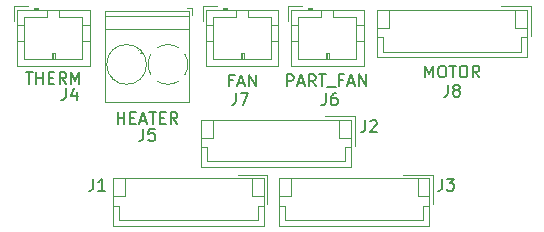
<source format=gbr>
G04 #@! TF.GenerationSoftware,KiCad,Pcbnew,(6.0.11-0)*
G04 #@! TF.CreationDate,2023-05-19T18:36:38+12:00*
G04 #@! TF.ProjectId,head-interface,68656164-2d69-46e7-9465-72666163652e,rev?*
G04 #@! TF.SameCoordinates,PX4c4b400PY3f09b20*
G04 #@! TF.FileFunction,Legend,Top*
G04 #@! TF.FilePolarity,Positive*
%FSLAX46Y46*%
G04 Gerber Fmt 4.6, Leading zero omitted, Abs format (unit mm)*
G04 Created by KiCad (PCBNEW (6.0.11-0)) date 2023-05-19 18:36:38*
%MOMM*%
%LPD*%
G01*
G04 APERTURE LIST*
%ADD10C,0.150000*%
%ADD11C,0.120000*%
G04 APERTURE END LIST*
D10*
G04 #@! TO.C,J3*
X14516666Y11222620D02*
X14516666Y10508334D01*
X14469047Y10365477D01*
X14373809Y10270239D01*
X14230952Y10222620D01*
X14135714Y10222620D01*
X14897619Y11222620D02*
X15516666Y11222620D01*
X15183333Y10841667D01*
X15326190Y10841667D01*
X15421428Y10794048D01*
X15469047Y10746429D01*
X15516666Y10651191D01*
X15516666Y10413096D01*
X15469047Y10317858D01*
X15421428Y10270239D01*
X15326190Y10222620D01*
X15040476Y10222620D01*
X14945238Y10270239D01*
X14897619Y10317858D01*
G04 #@! TO.C,J1*
X-15033334Y11222620D02*
X-15033334Y10508334D01*
X-15080953Y10365477D01*
X-15176191Y10270239D01*
X-15319048Y10222620D01*
X-15414286Y10222620D01*
X-14033334Y10222620D02*
X-14604762Y10222620D01*
X-14319048Y10222620D02*
X-14319048Y11222620D01*
X-14414286Y11079762D01*
X-14509524Y10984524D01*
X-14604762Y10936905D01*
G04 #@! TO.C,J8*
X15016666Y19172620D02*
X15016666Y18458334D01*
X14969047Y18315477D01*
X14873809Y18220239D01*
X14730952Y18172620D01*
X14635714Y18172620D01*
X15635714Y18744048D02*
X15540476Y18791667D01*
X15492857Y18839286D01*
X15445238Y18934524D01*
X15445238Y18982143D01*
X15492857Y19077381D01*
X15540476Y19125000D01*
X15635714Y19172620D01*
X15826190Y19172620D01*
X15921428Y19125000D01*
X15969047Y19077381D01*
X16016666Y18982143D01*
X16016666Y18934524D01*
X15969047Y18839286D01*
X15921428Y18791667D01*
X15826190Y18744048D01*
X15635714Y18744048D01*
X15540476Y18696429D01*
X15492857Y18648810D01*
X15445238Y18553572D01*
X15445238Y18363096D01*
X15492857Y18267858D01*
X15540476Y18220239D01*
X15635714Y18172620D01*
X15826190Y18172620D01*
X15921428Y18220239D01*
X15969047Y18267858D01*
X16016666Y18363096D01*
X16016666Y18553572D01*
X15969047Y18648810D01*
X15921428Y18696429D01*
X15826190Y18744048D01*
X13088095Y19797620D02*
X13088095Y20797620D01*
X13421428Y20083334D01*
X13754761Y20797620D01*
X13754761Y19797620D01*
X14421428Y20797620D02*
X14611904Y20797620D01*
X14707142Y20750000D01*
X14802380Y20654762D01*
X14850000Y20464286D01*
X14850000Y20130953D01*
X14802380Y19940477D01*
X14707142Y19845239D01*
X14611904Y19797620D01*
X14421428Y19797620D01*
X14326190Y19845239D01*
X14230952Y19940477D01*
X14183333Y20130953D01*
X14183333Y20464286D01*
X14230952Y20654762D01*
X14326190Y20750000D01*
X14421428Y20797620D01*
X15135714Y20797620D02*
X15707142Y20797620D01*
X15421428Y19797620D02*
X15421428Y20797620D01*
X16230952Y20797620D02*
X16421428Y20797620D01*
X16516666Y20750000D01*
X16611904Y20654762D01*
X16659523Y20464286D01*
X16659523Y20130953D01*
X16611904Y19940477D01*
X16516666Y19845239D01*
X16421428Y19797620D01*
X16230952Y19797620D01*
X16135714Y19845239D01*
X16040476Y19940477D01*
X15992857Y20130953D01*
X15992857Y20464286D01*
X16040476Y20654762D01*
X16135714Y20750000D01*
X16230952Y20797620D01*
X17659523Y19797620D02*
X17326190Y20273810D01*
X17088095Y19797620D02*
X17088095Y20797620D01*
X17469047Y20797620D01*
X17564285Y20750000D01*
X17611904Y20702381D01*
X17659523Y20607143D01*
X17659523Y20464286D01*
X17611904Y20369048D01*
X17564285Y20321429D01*
X17469047Y20273810D01*
X17088095Y20273810D01*
G04 #@! TO.C,J6*
X4666666Y18447620D02*
X4666666Y17733334D01*
X4619047Y17590477D01*
X4523809Y17495239D01*
X4380952Y17447620D01*
X4285714Y17447620D01*
X5571428Y18447620D02*
X5380952Y18447620D01*
X5285714Y18400000D01*
X5238095Y18352381D01*
X5142857Y18209524D01*
X5095238Y18019048D01*
X5095238Y17638096D01*
X5142857Y17542858D01*
X5190476Y17495239D01*
X5285714Y17447620D01*
X5476190Y17447620D01*
X5571428Y17495239D01*
X5619047Y17542858D01*
X5666666Y17638096D01*
X5666666Y17876191D01*
X5619047Y17971429D01*
X5571428Y18019048D01*
X5476190Y18066667D01*
X5285714Y18066667D01*
X5190476Y18019048D01*
X5142857Y17971429D01*
X5095238Y17876191D01*
X1366666Y19047620D02*
X1366666Y20047620D01*
X1747619Y20047620D01*
X1842857Y20000000D01*
X1890476Y19952381D01*
X1938095Y19857143D01*
X1938095Y19714286D01*
X1890476Y19619048D01*
X1842857Y19571429D01*
X1747619Y19523810D01*
X1366666Y19523810D01*
X2319047Y19333334D02*
X2795238Y19333334D01*
X2223809Y19047620D02*
X2557142Y20047620D01*
X2890476Y19047620D01*
X3795238Y19047620D02*
X3461904Y19523810D01*
X3223809Y19047620D02*
X3223809Y20047620D01*
X3604761Y20047620D01*
X3700000Y20000000D01*
X3747619Y19952381D01*
X3795238Y19857143D01*
X3795238Y19714286D01*
X3747619Y19619048D01*
X3700000Y19571429D01*
X3604761Y19523810D01*
X3223809Y19523810D01*
X4080952Y20047620D02*
X4652380Y20047620D01*
X4366666Y19047620D02*
X4366666Y20047620D01*
X4747619Y18952381D02*
X5509523Y18952381D01*
X6080952Y19571429D02*
X5747619Y19571429D01*
X5747619Y19047620D02*
X5747619Y20047620D01*
X6223809Y20047620D01*
X6557142Y19333334D02*
X7033333Y19333334D01*
X6461904Y19047620D02*
X6795238Y20047620D01*
X7128571Y19047620D01*
X7461904Y19047620D02*
X7461904Y20047620D01*
X8033333Y19047620D01*
X8033333Y20047620D01*
G04 #@! TO.C,J7*
X-2933334Y18497620D02*
X-2933334Y17783334D01*
X-2980953Y17640477D01*
X-3076191Y17545239D01*
X-3219048Y17497620D01*
X-3314286Y17497620D01*
X-2552381Y18497620D02*
X-1885715Y18497620D01*
X-2314286Y17497620D01*
X-3197525Y19559429D02*
X-3530859Y19559429D01*
X-3530859Y19035620D02*
X-3530859Y20035620D01*
X-3054668Y20035620D01*
X-2721335Y19321334D02*
X-2245144Y19321334D01*
X-2816573Y19035620D02*
X-2483240Y20035620D01*
X-2149906Y19035620D01*
X-1816573Y19035620D02*
X-1816573Y20035620D01*
X-1245144Y19035620D01*
X-1245144Y20035620D01*
G04 #@! TO.C,J5*
X-10783334Y15447620D02*
X-10783334Y14733334D01*
X-10830953Y14590477D01*
X-10926191Y14495239D01*
X-11069048Y14447620D01*
X-11164286Y14447620D01*
X-9830953Y15447620D02*
X-10307143Y15447620D01*
X-10354762Y14971429D01*
X-10307143Y15019048D01*
X-10211905Y15066667D01*
X-9973810Y15066667D01*
X-9878572Y15019048D01*
X-9830953Y14971429D01*
X-9783334Y14876191D01*
X-9783334Y14638096D01*
X-9830953Y14542858D01*
X-9878572Y14495239D01*
X-9973810Y14447620D01*
X-10211905Y14447620D01*
X-10307143Y14495239D01*
X-10354762Y14542858D01*
X-12950000Y15847620D02*
X-12950000Y16847620D01*
X-12950000Y16371429D02*
X-12378572Y16371429D01*
X-12378572Y15847620D02*
X-12378572Y16847620D01*
X-11902381Y16371429D02*
X-11569048Y16371429D01*
X-11426191Y15847620D02*
X-11902381Y15847620D01*
X-11902381Y16847620D01*
X-11426191Y16847620D01*
X-11045239Y16133334D02*
X-10569048Y16133334D01*
X-11140477Y15847620D02*
X-10807143Y16847620D01*
X-10473810Y15847620D01*
X-10283334Y16847620D02*
X-9711905Y16847620D01*
X-9997620Y15847620D02*
X-9997620Y16847620D01*
X-9378572Y16371429D02*
X-9045239Y16371429D01*
X-8902381Y15847620D02*
X-9378572Y15847620D01*
X-9378572Y16847620D01*
X-8902381Y16847620D01*
X-7902381Y15847620D02*
X-8235715Y16323810D01*
X-8473810Y15847620D02*
X-8473810Y16847620D01*
X-8092858Y16847620D01*
X-7997620Y16800000D01*
X-7950000Y16752381D01*
X-7902381Y16657143D01*
X-7902381Y16514286D01*
X-7950000Y16419048D01*
X-7997620Y16371429D01*
X-8092858Y16323810D01*
X-8473810Y16323810D01*
G04 #@! TO.C,J4*
X-17333334Y18897620D02*
X-17333334Y18183334D01*
X-17380953Y18040477D01*
X-17476191Y17945239D01*
X-17619048Y17897620D01*
X-17714286Y17897620D01*
X-16428572Y18564286D02*
X-16428572Y17897620D01*
X-16666667Y18945239D02*
X-16904762Y18230953D01*
X-16285715Y18230953D01*
X-20733334Y20247620D02*
X-20161905Y20247620D01*
X-20447620Y19247620D02*
X-20447620Y20247620D01*
X-19828572Y19247620D02*
X-19828572Y20247620D01*
X-19828572Y19771429D02*
X-19257143Y19771429D01*
X-19257143Y19247620D02*
X-19257143Y20247620D01*
X-18780953Y19771429D02*
X-18447620Y19771429D01*
X-18304762Y19247620D02*
X-18780953Y19247620D01*
X-18780953Y20247620D01*
X-18304762Y20247620D01*
X-17304762Y19247620D02*
X-17638096Y19723810D01*
X-17876191Y19247620D02*
X-17876191Y20247620D01*
X-17495239Y20247620D01*
X-17400000Y20200000D01*
X-17352381Y20152381D01*
X-17304762Y20057143D01*
X-17304762Y19914286D01*
X-17352381Y19819048D01*
X-17400000Y19771429D01*
X-17495239Y19723810D01*
X-17876191Y19723810D01*
X-16876191Y19247620D02*
X-16876191Y20247620D01*
X-16542858Y19533334D01*
X-16209524Y20247620D01*
X-16209524Y19247620D01*
G04 #@! TO.C,J2*
X7991666Y16172620D02*
X7991666Y15458334D01*
X7944047Y15315477D01*
X7848809Y15220239D01*
X7705952Y15172620D01*
X7610714Y15172620D01*
X8420238Y16077381D02*
X8467857Y16125000D01*
X8563095Y16172620D01*
X8801190Y16172620D01*
X8896428Y16125000D01*
X8944047Y16077381D01*
X8991666Y15982143D01*
X8991666Y15886905D01*
X8944047Y15744048D01*
X8372619Y15172620D01*
X8991666Y15172620D01*
D11*
G04 #@! TO.C,J3*
X1215000Y7740000D02*
X1215000Y8950000D01*
X715000Y7240000D02*
X13435000Y7240000D01*
X13735000Y11560000D02*
X11235000Y11560000D01*
X1215000Y8950000D02*
X715000Y8950000D01*
X715000Y9760000D02*
X1715000Y9760000D01*
X12435000Y9760000D02*
X12435000Y11260000D01*
X12935000Y7740000D02*
X1215000Y7740000D01*
X13435000Y9760000D02*
X12435000Y9760000D01*
X13435000Y11260000D02*
X715000Y11260000D01*
X715000Y11260000D02*
X715000Y7240000D01*
X13735000Y9060000D02*
X13735000Y11560000D01*
X13435000Y7240000D02*
X13435000Y11260000D01*
X12935000Y8950000D02*
X12935000Y7740000D01*
X13435000Y8950000D02*
X12935000Y8950000D01*
X1715000Y9760000D02*
X1715000Y11260000D01*
G04 #@! TO.C,J1*
X-1090000Y8950000D02*
X-1090000Y7740000D01*
X-590000Y8950000D02*
X-1090000Y8950000D01*
X-12310000Y9760000D02*
X-12310000Y11260000D01*
X-590000Y11260000D02*
X-13310000Y11260000D01*
X-13310000Y7240000D02*
X-590000Y7240000D01*
X-590000Y9760000D02*
X-1590000Y9760000D01*
X-590000Y7240000D02*
X-590000Y11260000D01*
X-13310000Y11260000D02*
X-13310000Y7240000D01*
X-1090000Y7740000D02*
X-12810000Y7740000D01*
X-12810000Y8950000D02*
X-13310000Y8950000D01*
X-13310000Y9760000D02*
X-12310000Y9760000D01*
X-1590000Y9760000D02*
X-1590000Y11260000D01*
X-290000Y11560000D02*
X-2790000Y11560000D01*
X-290000Y9060000D02*
X-290000Y11560000D01*
X-12810000Y7740000D02*
X-12810000Y8950000D01*
G04 #@! TO.C,J8*
X9490000Y23200000D02*
X8990000Y23200000D01*
X9990000Y24010000D02*
X9990000Y25510000D01*
X20710000Y24010000D02*
X20710000Y25510000D01*
X22010000Y25810000D02*
X19510000Y25810000D01*
X8990000Y24010000D02*
X9990000Y24010000D01*
X21710000Y23200000D02*
X21210000Y23200000D01*
X22010000Y23310000D02*
X22010000Y25810000D01*
X9490000Y21990000D02*
X9490000Y23200000D01*
X21210000Y21990000D02*
X9490000Y21990000D01*
X8990000Y25510000D02*
X8990000Y21490000D01*
X8990000Y21490000D02*
X21710000Y21490000D01*
X21710000Y21490000D02*
X21710000Y25510000D01*
X21210000Y23200000D02*
X21210000Y21990000D01*
X21710000Y24010000D02*
X20710000Y24010000D01*
X21710000Y25510000D02*
X8990000Y25510000D01*
G04 #@! TO.C,J6*
X4700000Y21400000D02*
X4700000Y21900000D01*
X1740000Y20790000D02*
X7860000Y20790000D01*
X7250000Y21400000D02*
X7250000Y24900000D01*
X3500000Y25510000D02*
X3500000Y25710000D01*
X3200000Y25710000D02*
X3200000Y25510000D01*
X7860000Y20790000D02*
X7860000Y25510000D01*
X1740000Y22900000D02*
X2350000Y22900000D01*
X5300000Y24900000D02*
X5300000Y25510000D01*
X4300000Y25510000D02*
X4300000Y24900000D01*
X7250000Y24900000D02*
X5300000Y24900000D01*
X4900000Y21900000D02*
X4900000Y21400000D01*
X1740000Y24200000D02*
X2350000Y24200000D01*
X4800000Y21400000D02*
X4800000Y21900000D01*
X2350000Y24900000D02*
X2350000Y21400000D01*
X1740000Y25510000D02*
X1740000Y20790000D01*
X2690000Y25810000D02*
X1440000Y25810000D01*
X2350000Y21400000D02*
X7250000Y21400000D01*
X7860000Y25510000D02*
X1740000Y25510000D01*
X3500000Y25610000D02*
X3200000Y25610000D01*
X7860000Y22900000D02*
X7250000Y22900000D01*
X7860000Y24200000D02*
X7250000Y24200000D01*
X3500000Y25710000D02*
X3200000Y25710000D01*
X1440000Y25810000D02*
X1440000Y24560000D01*
X4300000Y24900000D02*
X2350000Y24900000D01*
X4700000Y21900000D02*
X4900000Y21900000D01*
G04 #@! TO.C,J7*
X-4510000Y25810000D02*
X-5760000Y25810000D01*
X660000Y20790000D02*
X660000Y25510000D01*
X-2500000Y21400000D02*
X-2500000Y21900000D01*
X-2400000Y21400000D02*
X-2400000Y21900000D01*
X660000Y22900000D02*
X50000Y22900000D01*
X660000Y24200000D02*
X50000Y24200000D01*
X-4000000Y25710000D02*
X-4000000Y25510000D01*
X-5460000Y24200000D02*
X-4850000Y24200000D01*
X-5760000Y25810000D02*
X-5760000Y24560000D01*
X-3700000Y25510000D02*
X-3700000Y25710000D01*
X-5460000Y20790000D02*
X660000Y20790000D01*
X50000Y24900000D02*
X-1900000Y24900000D01*
X-2900000Y25510000D02*
X-2900000Y24900000D01*
X-3700000Y25610000D02*
X-4000000Y25610000D01*
X-5460000Y25510000D02*
X-5460000Y20790000D01*
X-1900000Y24900000D02*
X-1900000Y25510000D01*
X-5460000Y22900000D02*
X-4850000Y22900000D01*
X-2300000Y21900000D02*
X-2300000Y21400000D01*
X-3700000Y25710000D02*
X-4000000Y25710000D01*
X-4850000Y24900000D02*
X-4850000Y21400000D01*
X-4850000Y21400000D02*
X50000Y21400000D01*
X-2500000Y21900000D02*
X-2300000Y21900000D01*
X660000Y25510000D02*
X-5460000Y25510000D01*
X50000Y21400000D02*
X50000Y24900000D01*
X-2900000Y24900000D02*
X-4850000Y24900000D01*
G04 #@! TO.C,J5*
X-11055000Y21841000D02*
X-10926000Y21969000D01*
X-6890000Y25460000D02*
X-14010000Y25460000D01*
X-13475000Y19831000D02*
X-13346000Y19959000D01*
X-6890000Y17740000D02*
X-14010000Y17740000D01*
X-11225000Y22081000D02*
X-11131000Y22174000D01*
X-6650000Y25700000D02*
X-7050000Y25700000D01*
X-6650000Y25060000D02*
X-6650000Y25700000D01*
X-6890000Y17740000D02*
X-6890000Y25460000D01*
X-6890000Y23900000D02*
X-14010000Y23900000D01*
X-14010000Y17740000D02*
X-14010000Y25460000D01*
X-13270000Y19625000D02*
X-13176000Y19719000D01*
X-6890000Y25000000D02*
X-14010000Y25000000D01*
X-10125000Y21791000D02*
G75*
G03*
X-10125504Y20009807I1425003J-891000D01*
G01*
X-7834000Y22340000D02*
G75*
G03*
X-8728674Y22580099I-866003J-1440014D01*
G01*
X-9566000Y19459999D02*
G75*
G03*
X-7810106Y19474642I866000J1439999D01*
G01*
X-8700000Y22580000D02*
G75*
G03*
X-9590264Y22324721I-3J-1679990D01*
G01*
X-7259999Y20034000D02*
G75*
G03*
X-7274642Y21789894I-1439999J866000D01*
G01*
X-10520000Y20900000D02*
G75*
G03*
X-10520000Y20900000I-1680000J0D01*
G01*
G04 #@! TO.C,J4*
X-18400000Y21400000D02*
X-18400000Y21900000D01*
X-15340000Y20790000D02*
X-15340000Y25510000D01*
X-20510000Y25810000D02*
X-21760000Y25810000D01*
X-15340000Y24200000D02*
X-15950000Y24200000D01*
X-15950000Y21400000D02*
X-15950000Y24900000D01*
X-17900000Y24900000D02*
X-17900000Y25510000D01*
X-19700000Y25510000D02*
X-19700000Y25710000D01*
X-20850000Y21400000D02*
X-15950000Y21400000D01*
X-21460000Y25510000D02*
X-21460000Y20790000D01*
X-19700000Y25610000D02*
X-20000000Y25610000D01*
X-18500000Y21900000D02*
X-18300000Y21900000D01*
X-21460000Y22900000D02*
X-20850000Y22900000D01*
X-20000000Y25710000D02*
X-20000000Y25510000D01*
X-20850000Y24900000D02*
X-20850000Y21400000D01*
X-15950000Y24900000D02*
X-17900000Y24900000D01*
X-15340000Y22900000D02*
X-15950000Y22900000D01*
X-21460000Y20790000D02*
X-15340000Y20790000D01*
X-18900000Y24900000D02*
X-20850000Y24900000D01*
X-18300000Y21900000D02*
X-18300000Y21400000D01*
X-18500000Y21400000D02*
X-18500000Y21900000D01*
X-15340000Y25510000D02*
X-21460000Y25510000D01*
X-21760000Y25810000D02*
X-21760000Y24560000D01*
X-19700000Y25710000D02*
X-20000000Y25710000D01*
X-18900000Y25510000D02*
X-18900000Y24900000D01*
X-21460000Y24200000D02*
X-20850000Y24200000D01*
G04 #@! TO.C,J2*
X6310000Y12690000D02*
X-5410000Y12690000D01*
X-5410000Y13900000D02*
X-5910000Y13900000D01*
X7110000Y14010000D02*
X7110000Y16510000D01*
X7110000Y16510000D02*
X4610000Y16510000D01*
X-5410000Y12690000D02*
X-5410000Y13900000D01*
X6810000Y16210000D02*
X-5910000Y16210000D01*
X6810000Y14710000D02*
X5810000Y14710000D01*
X-5910000Y16210000D02*
X-5910000Y12190000D01*
X6310000Y13900000D02*
X6310000Y12690000D01*
X-5910000Y12190000D02*
X6810000Y12190000D01*
X5810000Y14710000D02*
X5810000Y16210000D01*
X-4910000Y14710000D02*
X-4910000Y16210000D01*
X-5910000Y14710000D02*
X-4910000Y14710000D01*
X6810000Y13900000D02*
X6310000Y13900000D01*
X6810000Y12190000D02*
X6810000Y16210000D01*
G04 #@! TD*
M02*

</source>
